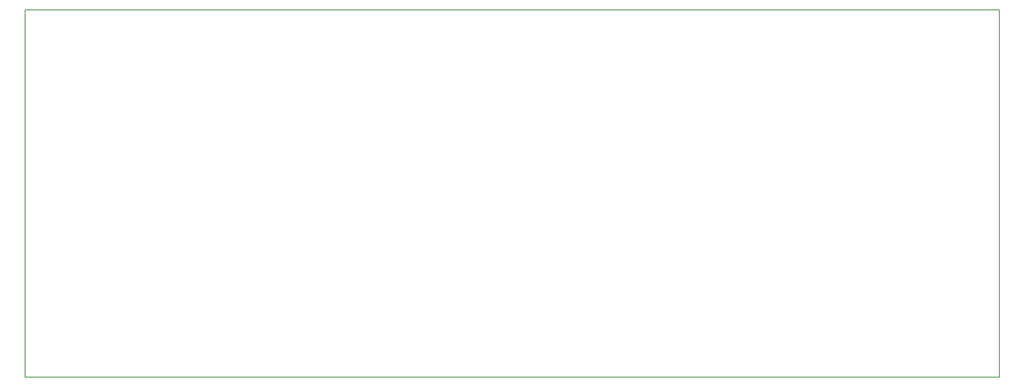
<source format=gm1>
G04 MADE WITH FRITZING*
G04 WWW.FRITZING.ORG*
G04 DOUBLE SIDED*
G04 HOLES PLATED*
G04 CONTOUR ON CENTER OF CONTOUR VECTOR*
%ASAXBY*%
%FSLAX23Y23*%
%MOIN*%
%OFA0B0*%
%SFA1.0B1.0*%
%ADD10R,7.909100X2.990210*%
%ADD11C,0.008000*%
%ADD10C,0.008*%
%LNCONTOUR*%
G90*
G70*
G54D10*
G54D11*
X4Y2986D02*
X7905Y2986D01*
X7905Y4D01*
X4Y4D01*
X4Y2986D01*
D02*
G04 End of contour*
M02*
</source>
